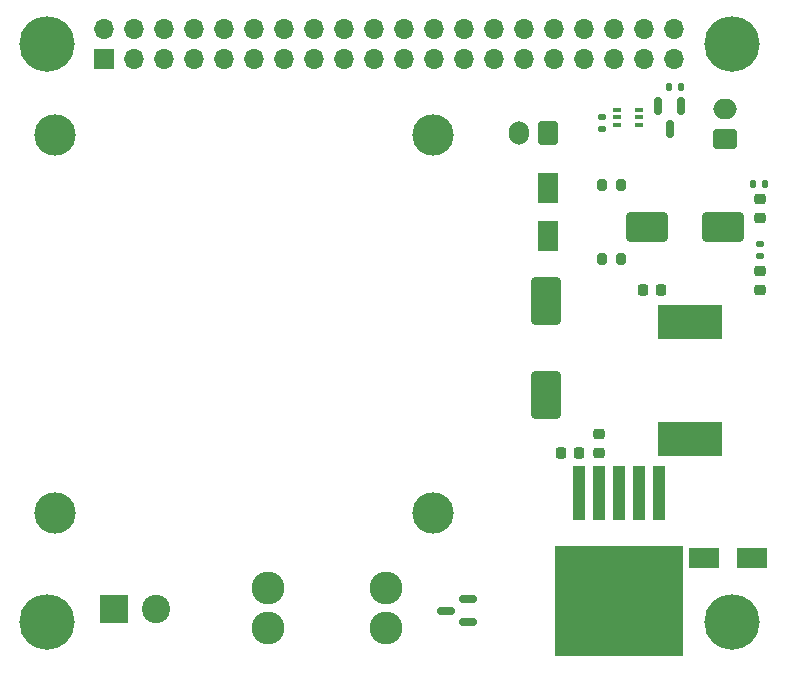
<source format=gbr>
%TF.GenerationSoftware,KiCad,Pcbnew,(6.0.4)*%
%TF.CreationDate,2022-07-12T09:01:25+01:00*%
%TF.ProjectId,PowerPi,506f7765-7250-4692-9e6b-696361645f70,rev?*%
%TF.SameCoordinates,Original*%
%TF.FileFunction,Soldermask,Top*%
%TF.FilePolarity,Negative*%
%FSLAX46Y46*%
G04 Gerber Fmt 4.6, Leading zero omitted, Abs format (unit mm)*
G04 Created by KiCad (PCBNEW (6.0.4)) date 2022-07-12 09:01:25*
%MOMM*%
%LPD*%
G01*
G04 APERTURE LIST*
G04 Aperture macros list*
%AMRoundRect*
0 Rectangle with rounded corners*
0 $1 Rounding radius*
0 $2 $3 $4 $5 $6 $7 $8 $9 X,Y pos of 4 corners*
0 Add a 4 corners polygon primitive as box body*
4,1,4,$2,$3,$4,$5,$6,$7,$8,$9,$2,$3,0*
0 Add four circle primitives for the rounded corners*
1,1,$1+$1,$2,$3*
1,1,$1+$1,$4,$5*
1,1,$1+$1,$6,$7*
1,1,$1+$1,$8,$9*
0 Add four rect primitives between the rounded corners*
20,1,$1+$1,$2,$3,$4,$5,0*
20,1,$1+$1,$4,$5,$6,$7,0*
20,1,$1+$1,$6,$7,$8,$9,0*
20,1,$1+$1,$8,$9,$2,$3,0*%
G04 Aperture macros list end*
%ADD10RoundRect,0.250000X0.750000X-0.600000X0.750000X0.600000X-0.750000X0.600000X-0.750000X-0.600000X0*%
%ADD11O,2.000000X1.700000*%
%ADD12RoundRect,0.135000X0.135000X0.185000X-0.135000X0.185000X-0.135000X-0.185000X0.135000X-0.185000X0*%
%ADD13RoundRect,0.200000X-0.200000X-0.275000X0.200000X-0.275000X0.200000X0.275000X-0.200000X0.275000X0*%
%ADD14R,0.650000X0.400000*%
%ADD15C,4.700000*%
%ADD16R,1.800000X2.500000*%
%ADD17R,2.400000X2.400000*%
%ADD18C,2.400000*%
%ADD19RoundRect,0.225000X0.250000X-0.225000X0.250000X0.225000X-0.250000X0.225000X-0.250000X-0.225000X0*%
%ADD20RoundRect,0.250000X1.500000X1.000000X-1.500000X1.000000X-1.500000X-1.000000X1.500000X-1.000000X0*%
%ADD21RoundRect,0.150000X0.587500X0.150000X-0.587500X0.150000X-0.587500X-0.150000X0.587500X-0.150000X0*%
%ADD22RoundRect,0.135000X-0.185000X0.135000X-0.185000X-0.135000X0.185000X-0.135000X0.185000X0.135000X0*%
%ADD23RoundRect,0.150000X-0.150000X0.587500X-0.150000X-0.587500X0.150000X-0.587500X0.150000X0.587500X0*%
%ADD24RoundRect,0.225000X0.225000X0.250000X-0.225000X0.250000X-0.225000X-0.250000X0.225000X-0.250000X0*%
%ADD25R,1.100000X4.600000*%
%ADD26R,10.800000X9.400000*%
%ADD27C,3.500000*%
%ADD28C,2.780000*%
%ADD29R,2.500000X1.800000*%
%ADD30RoundRect,0.250000X0.600000X0.750000X-0.600000X0.750000X-0.600000X-0.750000X0.600000X-0.750000X0*%
%ADD31O,1.700000X2.000000*%
%ADD32RoundRect,0.250000X1.000000X-1.750000X1.000000X1.750000X-1.000000X1.750000X-1.000000X-1.750000X0*%
%ADD33RoundRect,0.218750X0.256250X-0.218750X0.256250X0.218750X-0.256250X0.218750X-0.256250X-0.218750X0*%
%ADD34R,5.400000X2.900000*%
%ADD35RoundRect,0.135000X0.185000X-0.135000X0.185000X0.135000X-0.185000X0.135000X-0.185000X-0.135000X0*%
%ADD36R,1.700000X1.700000*%
%ADD37O,1.700000X1.700000*%
G04 APERTURE END LIST*
D10*
%TO.C,J8*%
X146200000Y-64800000D03*
D11*
X146200000Y-62300000D03*
%TD*%
D12*
%TO.C,R2*%
X142460000Y-60400000D03*
X141440000Y-60400000D03*
%TD*%
D13*
%TO.C,R9*%
X135775000Y-75000000D03*
X137425000Y-75000000D03*
%TD*%
D14*
%TO.C,Q2*%
X138950000Y-63650000D03*
X138950000Y-63000000D03*
X138950000Y-62350000D03*
X137050000Y-62350000D03*
X137050000Y-63000000D03*
X137050000Y-63650000D03*
%TD*%
D15*
%TO.C,H2*%
X88750000Y-56750000D03*
%TD*%
D16*
%TO.C,D2*%
X131250000Y-69000000D03*
X131250000Y-73000000D03*
%TD*%
D17*
%TO.C,J1*%
X94500000Y-104650000D03*
D18*
X98000000Y-104650000D03*
%TD*%
D19*
%TO.C,C3*%
X135500000Y-91375000D03*
X135500000Y-89825000D03*
%TD*%
D20*
%TO.C,C5*%
X146050000Y-72300000D03*
X139550000Y-72300000D03*
%TD*%
D21*
%TO.C,Q1*%
X124437500Y-105700000D03*
X124437500Y-103800000D03*
X122562500Y-104750000D03*
%TD*%
D22*
%TO.C,R1*%
X135750000Y-62990000D03*
X135750000Y-64010000D03*
%TD*%
D23*
%TO.C,Q3*%
X142450000Y-62062500D03*
X140550000Y-62062500D03*
X141500000Y-63937500D03*
%TD*%
D24*
%TO.C,C4*%
X140775000Y-77600000D03*
X139225000Y-77600000D03*
%TD*%
D25*
%TO.C,U1*%
X140600000Y-94825000D03*
X138900000Y-94825000D03*
X137200000Y-94825000D03*
D26*
X137200000Y-103975000D03*
D25*
X135500000Y-94825000D03*
X133800000Y-94825000D03*
%TD*%
D27*
%TO.C,H5*%
X89500000Y-96500000D03*
%TD*%
D12*
%TO.C,R6*%
X149610000Y-68600000D03*
X148590000Y-68600000D03*
%TD*%
D28*
%TO.C,F1*%
X107540000Y-102800000D03*
X107540000Y-106200000D03*
X117460000Y-106200000D03*
X117460000Y-102800000D03*
%TD*%
D29*
%TO.C,D6*%
X144450000Y-100300000D03*
X148450000Y-100300000D03*
%TD*%
D30*
%TO.C,J3*%
X131250000Y-64350000D03*
D31*
X128750000Y-64350000D03*
%TD*%
D27*
%TO.C,H6*%
X121500000Y-64500000D03*
%TD*%
D32*
%TO.C,C1*%
X131000000Y-86500000D03*
X131000000Y-78500000D03*
%TD*%
D15*
%TO.C,H3*%
X146750000Y-56750000D03*
%TD*%
D27*
%TO.C,H7*%
X89500000Y-64500000D03*
%TD*%
%TO.C,H8*%
X121500000Y-96500000D03*
%TD*%
D24*
%TO.C,C2*%
X133875000Y-91400000D03*
X132325000Y-91400000D03*
%TD*%
D33*
%TO.C,D5*%
X149200000Y-77587500D03*
X149200000Y-76012500D03*
%TD*%
%TO.C,D3*%
X149200000Y-71487500D03*
X149200000Y-69912500D03*
%TD*%
D34*
%TO.C,L1*%
X143200000Y-90250000D03*
X143200000Y-80350000D03*
%TD*%
D35*
%TO.C,R8*%
X149200000Y-74710000D03*
X149200000Y-73690000D03*
%TD*%
D13*
%TO.C,R10*%
X135775000Y-68700000D03*
X137425000Y-68700000D03*
%TD*%
D15*
%TO.C,H1*%
X146750000Y-105750000D03*
%TD*%
%TO.C,H4*%
X88750000Y-105750000D03*
%TD*%
D36*
%TO.C,J6*%
X93620000Y-58020000D03*
D37*
X93620000Y-55480000D03*
X96160000Y-58020000D03*
X96160000Y-55480000D03*
X98700000Y-58020000D03*
X98700000Y-55480000D03*
X101240000Y-58020000D03*
X101240000Y-55480000D03*
X103780000Y-58020000D03*
X103780000Y-55480000D03*
X106320000Y-58020000D03*
X106320000Y-55480000D03*
X108860000Y-58020000D03*
X108860000Y-55480000D03*
X111400000Y-58020000D03*
X111400000Y-55480000D03*
X113940000Y-58020000D03*
X113940000Y-55480000D03*
X116480000Y-58020000D03*
X116480000Y-55480000D03*
X119020000Y-58020000D03*
X119020000Y-55480000D03*
X121560000Y-58020000D03*
X121560000Y-55480000D03*
X124100000Y-58020000D03*
X124100000Y-55480000D03*
X126640000Y-58020000D03*
X126640000Y-55480000D03*
X129180000Y-58020000D03*
X129180000Y-55480000D03*
X131720000Y-58020000D03*
X131720000Y-55480000D03*
X134260000Y-58020000D03*
X134260000Y-55480000D03*
X136800000Y-58020000D03*
X136800000Y-55480000D03*
X139340000Y-58020000D03*
X139340000Y-55480000D03*
X141880000Y-58020000D03*
X141880000Y-55480000D03*
%TD*%
M02*

</source>
